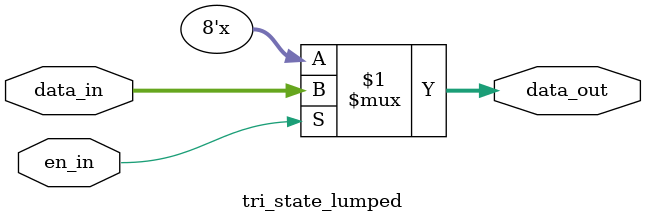
<source format=v>
`timescale 1ns / 1ps


module tri_state_lumped(
    input [7:0] data_in,
    input en_in,
    output [7:0] data_out
    );
    
    assign #4 data_out = (en_in) ? data_in : 8'bzzzz_zzzz;
endmodule

</source>
